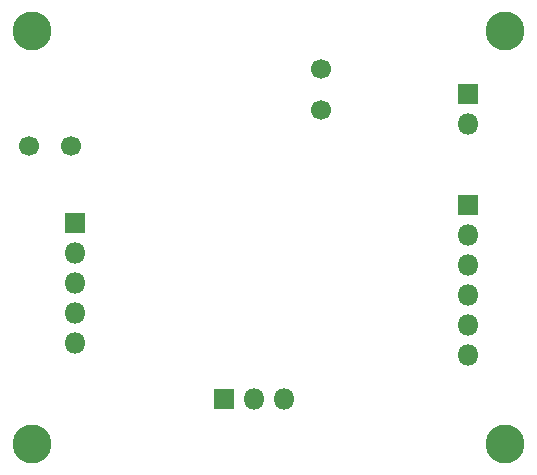
<source format=gbr>
%TF.GenerationSoftware,KiCad,Pcbnew,5.1.6-c6e7f7d~87~ubuntu18.04.1*%
%TF.CreationDate,2022-02-07T12:08:45+00:00*%
%TF.ProjectId,L6235-breakout,4c363233-352d-4627-9265-616b6f75742e,rev?*%
%TF.SameCoordinates,Original*%
%TF.FileFunction,Soldermask,Bot*%
%TF.FilePolarity,Negative*%
%FSLAX46Y46*%
G04 Gerber Fmt 4.6, Leading zero omitted, Abs format (unit mm)*
G04 Created by KiCad (PCBNEW 5.1.6-c6e7f7d~87~ubuntu18.04.1) date 2022-02-07 12:08:45*
%MOMM*%
%LPD*%
G01*
G04 APERTURE LIST*
%ADD10C,1.700000*%
%ADD11R,1.800000X1.800000*%
%ADD12O,1.800000X1.800000*%
%ADD13C,3.300000*%
G04 APERTURE END LIST*
D10*
%TO.C,C3*%
X36461700Y-157734000D03*
X36461700Y-154234000D03*
%TD*%
D11*
%TO.C,J2*%
X15633700Y-167246300D03*
D12*
X15633700Y-169786300D03*
X15633700Y-172326300D03*
X15633700Y-174866300D03*
X15633700Y-177406300D03*
%TD*%
D11*
%TO.C,J3*%
X28194000Y-182194200D03*
D12*
X30734000Y-182194200D03*
X33274000Y-182194200D03*
%TD*%
D11*
%TO.C,J5*%
X48895000Y-156337000D03*
D12*
X48895000Y-158877000D03*
%TD*%
D10*
%TO.C,C9*%
X15250000Y-160750000D03*
X11750000Y-160750000D03*
%TD*%
D13*
%TO.C,H1*%
X52000000Y-186000000D03*
%TD*%
%TO.C,H2*%
X52000000Y-151000000D03*
%TD*%
%TO.C,H3*%
X12000000Y-151000000D03*
%TD*%
%TO.C,H4*%
X12000000Y-186000000D03*
%TD*%
D11*
%TO.C,J1*%
X48895000Y-165735000D03*
D12*
X48895000Y-168275000D03*
X48895000Y-170815000D03*
X48895000Y-173355000D03*
X48895000Y-175895000D03*
X48895000Y-178435000D03*
%TD*%
M02*

</source>
